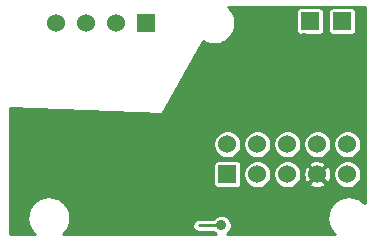
<source format=gbl>
G04 (created by PCBNEW (2013-07-07 BZR 4022)-stable) date 03/12/2013 21:07:02*
%MOIN*%
G04 Gerber Fmt 3.4, Leading zero omitted, Abs format*
%FSLAX34Y34*%
G01*
G70*
G90*
G04 APERTURE LIST*
%ADD10C,0.00590551*%
%ADD11R,0.06X0.06*%
%ADD12C,0.06*%
%ADD13C,0.035*%
%ADD14C,0.01*%
%ADD15C,0.011811*%
%ADD16C,0.00984252*%
G04 APERTURE END LIST*
G54D10*
G54D11*
X90450Y-26300D03*
G54D12*
X90450Y-25300D03*
X91450Y-26300D03*
X91450Y-25300D03*
X92450Y-26300D03*
X92450Y-25300D03*
X93450Y-26300D03*
X93450Y-25300D03*
X94450Y-26300D03*
X94450Y-25300D03*
G54D11*
X87750Y-21250D03*
G54D12*
X86750Y-21250D03*
X85750Y-21250D03*
X84750Y-21250D03*
G54D11*
X94275Y-21200D03*
X93200Y-21200D03*
G54D13*
X90250Y-28000D03*
X93000Y-21750D03*
X90500Y-22750D03*
X88500Y-24500D03*
X88250Y-25250D03*
X88000Y-27250D03*
X85750Y-26250D03*
X86750Y-25500D03*
G54D14*
X89500Y-28000D02*
X90250Y-28000D01*
G54D15*
X90470Y-26320D02*
X90450Y-26300D01*
G54D10*
G36*
X95032Y-27272D02*
X95009Y-27245D01*
X94995Y-27232D01*
X94980Y-27218D01*
X94978Y-27216D01*
X94978Y-27216D01*
X94978Y-27216D01*
X94917Y-27168D01*
X94917Y-26254D01*
X94917Y-25254D01*
X94899Y-25164D01*
X94864Y-25079D01*
X94813Y-25003D01*
X94749Y-24938D01*
X94742Y-24933D01*
X94742Y-21484D01*
X94742Y-20883D01*
X94735Y-20851D01*
X94723Y-20821D01*
X94705Y-20793D01*
X94682Y-20770D01*
X94654Y-20752D01*
X94624Y-20739D01*
X94592Y-20732D01*
X94559Y-20732D01*
X93958Y-20732D01*
X93926Y-20739D01*
X93896Y-20751D01*
X93868Y-20769D01*
X93845Y-20792D01*
X93827Y-20820D01*
X93814Y-20850D01*
X93807Y-20882D01*
X93807Y-20915D01*
X93807Y-21516D01*
X93814Y-21548D01*
X93826Y-21578D01*
X93844Y-21606D01*
X93867Y-21629D01*
X93895Y-21647D01*
X93925Y-21660D01*
X93957Y-21667D01*
X93990Y-21667D01*
X94591Y-21667D01*
X94623Y-21660D01*
X94653Y-21648D01*
X94681Y-21630D01*
X94704Y-21607D01*
X94722Y-21579D01*
X94735Y-21549D01*
X94742Y-21517D01*
X94742Y-21484D01*
X94742Y-24933D01*
X94673Y-24886D01*
X94588Y-24851D01*
X94499Y-24832D01*
X94407Y-24832D01*
X94317Y-24849D01*
X94232Y-24883D01*
X94155Y-24934D01*
X94090Y-24998D01*
X94038Y-25073D01*
X94002Y-25158D01*
X93983Y-25247D01*
X93982Y-25339D01*
X93998Y-25429D01*
X94032Y-25514D01*
X94081Y-25591D01*
X94145Y-25657D01*
X94220Y-25709D01*
X94304Y-25746D01*
X94394Y-25766D01*
X94486Y-25768D01*
X94576Y-25752D01*
X94661Y-25719D01*
X94739Y-25670D01*
X94805Y-25606D01*
X94858Y-25531D01*
X94895Y-25448D01*
X94915Y-25358D01*
X94917Y-25254D01*
X94917Y-26254D01*
X94899Y-26164D01*
X94864Y-26079D01*
X94813Y-26003D01*
X94749Y-25938D01*
X94673Y-25886D01*
X94588Y-25851D01*
X94499Y-25832D01*
X94407Y-25832D01*
X94317Y-25849D01*
X94232Y-25883D01*
X94155Y-25934D01*
X94090Y-25998D01*
X94038Y-26073D01*
X94002Y-26158D01*
X93983Y-26247D01*
X93982Y-26339D01*
X93998Y-26429D01*
X94032Y-26514D01*
X94081Y-26591D01*
X94145Y-26657D01*
X94220Y-26709D01*
X94304Y-26746D01*
X94394Y-26766D01*
X94486Y-26768D01*
X94576Y-26752D01*
X94661Y-26719D01*
X94739Y-26670D01*
X94805Y-26606D01*
X94858Y-26531D01*
X94895Y-26448D01*
X94915Y-26358D01*
X94917Y-26254D01*
X94917Y-27168D01*
X94901Y-27156D01*
X94885Y-27146D01*
X94868Y-27135D01*
X94865Y-27133D01*
X94865Y-27133D01*
X94778Y-27089D01*
X94760Y-27082D01*
X94742Y-27075D01*
X94739Y-27074D01*
X94645Y-27048D01*
X94625Y-27044D01*
X94606Y-27041D01*
X94603Y-27040D01*
X94603Y-27040D01*
X94506Y-27033D01*
X94486Y-27033D01*
X94466Y-27033D01*
X94463Y-27034D01*
X94366Y-27045D01*
X94347Y-27050D01*
X94328Y-27054D01*
X94325Y-27054D01*
X94232Y-27085D01*
X94214Y-27093D01*
X94196Y-27100D01*
X94193Y-27102D01*
X94193Y-27102D01*
X94193Y-27102D01*
X94108Y-27149D01*
X94092Y-27160D01*
X94076Y-27171D01*
X94073Y-27173D01*
X93999Y-27237D01*
X93985Y-27251D01*
X93971Y-27265D01*
X93970Y-27267D01*
X93919Y-27331D01*
X93919Y-26309D01*
X93917Y-26282D01*
X93917Y-25254D01*
X93899Y-25164D01*
X93864Y-25079D01*
X93813Y-25003D01*
X93749Y-24938D01*
X93673Y-24886D01*
X93667Y-24884D01*
X93667Y-21484D01*
X93667Y-20883D01*
X93660Y-20851D01*
X93648Y-20821D01*
X93630Y-20793D01*
X93607Y-20770D01*
X93579Y-20752D01*
X93549Y-20739D01*
X93517Y-20732D01*
X93484Y-20732D01*
X92883Y-20732D01*
X92851Y-20739D01*
X92821Y-20751D01*
X92793Y-20769D01*
X92770Y-20792D01*
X92752Y-20820D01*
X92739Y-20850D01*
X92732Y-20882D01*
X92732Y-20915D01*
X92732Y-21516D01*
X92739Y-21548D01*
X92751Y-21578D01*
X92769Y-21606D01*
X92792Y-21629D01*
X92820Y-21647D01*
X92850Y-21660D01*
X92882Y-21667D01*
X92915Y-21667D01*
X93516Y-21667D01*
X93548Y-21660D01*
X93578Y-21648D01*
X93606Y-21630D01*
X93629Y-21607D01*
X93647Y-21579D01*
X93660Y-21549D01*
X93667Y-21517D01*
X93667Y-21484D01*
X93667Y-24884D01*
X93588Y-24851D01*
X93499Y-24832D01*
X93407Y-24832D01*
X93317Y-24849D01*
X93232Y-24883D01*
X93155Y-24934D01*
X93090Y-24998D01*
X93038Y-25073D01*
X93002Y-25158D01*
X92983Y-25247D01*
X92982Y-25339D01*
X92998Y-25429D01*
X93032Y-25514D01*
X93081Y-25591D01*
X93145Y-25657D01*
X93220Y-25709D01*
X93304Y-25746D01*
X93394Y-25766D01*
X93486Y-25768D01*
X93576Y-25752D01*
X93661Y-25719D01*
X93739Y-25670D01*
X93805Y-25606D01*
X93858Y-25531D01*
X93895Y-25448D01*
X93915Y-25358D01*
X93917Y-25254D01*
X93917Y-26282D01*
X93912Y-26218D01*
X93887Y-26130D01*
X93846Y-26048D01*
X93835Y-26032D01*
X93759Y-26004D01*
X93745Y-26018D01*
X93745Y-25990D01*
X93717Y-25914D01*
X93637Y-25869D01*
X93550Y-25841D01*
X93459Y-25830D01*
X93368Y-25837D01*
X93280Y-25862D01*
X93198Y-25903D01*
X93182Y-25914D01*
X93154Y-25990D01*
X93450Y-26286D01*
X93745Y-25990D01*
X93745Y-26018D01*
X93463Y-26300D01*
X93759Y-26595D01*
X93835Y-26567D01*
X93880Y-26487D01*
X93908Y-26400D01*
X93919Y-26309D01*
X93919Y-27331D01*
X93909Y-27344D01*
X93898Y-27360D01*
X93887Y-27377D01*
X93886Y-27379D01*
X93841Y-27466D01*
X93834Y-27484D01*
X93827Y-27503D01*
X93826Y-27506D01*
X93799Y-27599D01*
X93795Y-27619D01*
X93791Y-27638D01*
X93791Y-27641D01*
X93783Y-27738D01*
X93783Y-27758D01*
X93783Y-27778D01*
X93784Y-27781D01*
X93794Y-27878D01*
X93799Y-27897D01*
X93802Y-27916D01*
X93803Y-27919D01*
X93833Y-28012D01*
X93841Y-28030D01*
X93848Y-28048D01*
X93849Y-28051D01*
X93897Y-28137D01*
X93908Y-28153D01*
X93919Y-28169D01*
X93920Y-28172D01*
X93983Y-28246D01*
X93997Y-28260D01*
X94011Y-28274D01*
X94013Y-28276D01*
X94013Y-28276D01*
X94021Y-28282D01*
X93745Y-28282D01*
X93745Y-26609D01*
X93450Y-26313D01*
X93436Y-26327D01*
X93436Y-26300D01*
X93140Y-26004D01*
X93064Y-26032D01*
X93019Y-26112D01*
X92991Y-26199D01*
X92980Y-26290D01*
X92987Y-26381D01*
X93012Y-26469D01*
X93053Y-26551D01*
X93064Y-26567D01*
X93140Y-26595D01*
X93436Y-26300D01*
X93436Y-26327D01*
X93154Y-26609D01*
X93182Y-26685D01*
X93262Y-26730D01*
X93349Y-26758D01*
X93440Y-26769D01*
X93531Y-26762D01*
X93619Y-26737D01*
X93701Y-26696D01*
X93717Y-26685D01*
X93745Y-26609D01*
X93745Y-28282D01*
X92917Y-28282D01*
X92917Y-26254D01*
X92917Y-25254D01*
X92899Y-25164D01*
X92864Y-25079D01*
X92813Y-25003D01*
X92749Y-24938D01*
X92673Y-24886D01*
X92588Y-24851D01*
X92499Y-24832D01*
X92407Y-24832D01*
X92317Y-24849D01*
X92232Y-24883D01*
X92155Y-24934D01*
X92090Y-24998D01*
X92038Y-25073D01*
X92002Y-25158D01*
X91983Y-25247D01*
X91982Y-25339D01*
X91998Y-25429D01*
X92032Y-25514D01*
X92081Y-25591D01*
X92145Y-25657D01*
X92220Y-25709D01*
X92304Y-25746D01*
X92394Y-25766D01*
X92486Y-25768D01*
X92576Y-25752D01*
X92661Y-25719D01*
X92739Y-25670D01*
X92805Y-25606D01*
X92858Y-25531D01*
X92895Y-25448D01*
X92915Y-25358D01*
X92917Y-25254D01*
X92917Y-26254D01*
X92899Y-26164D01*
X92864Y-26079D01*
X92813Y-26003D01*
X92749Y-25938D01*
X92673Y-25886D01*
X92588Y-25851D01*
X92499Y-25832D01*
X92407Y-25832D01*
X92317Y-25849D01*
X92232Y-25883D01*
X92155Y-25934D01*
X92090Y-25998D01*
X92038Y-26073D01*
X92002Y-26158D01*
X91983Y-26247D01*
X91982Y-26339D01*
X91998Y-26429D01*
X92032Y-26514D01*
X92081Y-26591D01*
X92145Y-26657D01*
X92220Y-26709D01*
X92304Y-26746D01*
X92394Y-26766D01*
X92486Y-26768D01*
X92576Y-26752D01*
X92661Y-26719D01*
X92739Y-26670D01*
X92805Y-26606D01*
X92858Y-26531D01*
X92895Y-26448D01*
X92915Y-26358D01*
X92917Y-26254D01*
X92917Y-28282D01*
X91917Y-28282D01*
X91917Y-26254D01*
X91917Y-25254D01*
X91899Y-25164D01*
X91864Y-25079D01*
X91813Y-25003D01*
X91749Y-24938D01*
X91673Y-24886D01*
X91588Y-24851D01*
X91499Y-24832D01*
X91407Y-24832D01*
X91317Y-24849D01*
X91232Y-24883D01*
X91155Y-24934D01*
X91090Y-24998D01*
X91038Y-25073D01*
X91002Y-25158D01*
X90983Y-25247D01*
X90982Y-25339D01*
X90998Y-25429D01*
X91032Y-25514D01*
X91081Y-25591D01*
X91145Y-25657D01*
X91220Y-25709D01*
X91304Y-25746D01*
X91394Y-25766D01*
X91486Y-25768D01*
X91576Y-25752D01*
X91661Y-25719D01*
X91739Y-25670D01*
X91805Y-25606D01*
X91858Y-25531D01*
X91895Y-25448D01*
X91915Y-25358D01*
X91917Y-25254D01*
X91917Y-26254D01*
X91899Y-26164D01*
X91864Y-26079D01*
X91813Y-26003D01*
X91749Y-25938D01*
X91673Y-25886D01*
X91588Y-25851D01*
X91499Y-25832D01*
X91407Y-25832D01*
X91317Y-25849D01*
X91232Y-25883D01*
X91155Y-25934D01*
X91090Y-25998D01*
X91038Y-26073D01*
X91002Y-26158D01*
X90983Y-26247D01*
X90982Y-26339D01*
X90998Y-26429D01*
X91032Y-26514D01*
X91081Y-26591D01*
X91145Y-26657D01*
X91220Y-26709D01*
X91304Y-26746D01*
X91394Y-26766D01*
X91486Y-26768D01*
X91576Y-26752D01*
X91661Y-26719D01*
X91739Y-26670D01*
X91805Y-26606D01*
X91858Y-26531D01*
X91895Y-26448D01*
X91915Y-26358D01*
X91917Y-26254D01*
X91917Y-28282D01*
X90917Y-28282D01*
X90917Y-26584D01*
X90917Y-26054D01*
X90917Y-25254D01*
X90899Y-25164D01*
X90864Y-25079D01*
X90813Y-25003D01*
X90749Y-24938D01*
X90673Y-24886D01*
X90588Y-24851D01*
X90499Y-24832D01*
X90407Y-24832D01*
X90317Y-24849D01*
X90232Y-24883D01*
X90155Y-24934D01*
X90090Y-24998D01*
X90038Y-25073D01*
X90002Y-25158D01*
X89983Y-25247D01*
X89982Y-25339D01*
X89998Y-25429D01*
X90032Y-25514D01*
X90081Y-25591D01*
X90145Y-25657D01*
X90220Y-25709D01*
X90304Y-25746D01*
X90394Y-25766D01*
X90486Y-25768D01*
X90576Y-25752D01*
X90661Y-25719D01*
X90739Y-25670D01*
X90805Y-25606D01*
X90858Y-25531D01*
X90895Y-25448D01*
X90915Y-25358D01*
X90917Y-25254D01*
X90917Y-26054D01*
X90917Y-25983D01*
X90910Y-25951D01*
X90898Y-25921D01*
X90880Y-25893D01*
X90857Y-25870D01*
X90829Y-25852D01*
X90799Y-25839D01*
X90767Y-25832D01*
X90734Y-25832D01*
X90133Y-25832D01*
X90101Y-25839D01*
X90071Y-25851D01*
X90043Y-25869D01*
X90020Y-25892D01*
X90002Y-25920D01*
X89989Y-25950D01*
X89982Y-25982D01*
X89982Y-26015D01*
X89982Y-26616D01*
X89989Y-26648D01*
X90001Y-26678D01*
X90019Y-26706D01*
X90042Y-26729D01*
X90070Y-26747D01*
X90100Y-26760D01*
X90132Y-26767D01*
X90165Y-26767D01*
X90766Y-26767D01*
X90798Y-26760D01*
X90828Y-26748D01*
X90856Y-26730D01*
X90879Y-26707D01*
X90897Y-26679D01*
X90910Y-26649D01*
X90917Y-26617D01*
X90917Y-26584D01*
X90917Y-28282D01*
X90443Y-28282D01*
X90461Y-28271D01*
X90510Y-28224D01*
X90549Y-28169D01*
X90576Y-28108D01*
X90591Y-28043D01*
X90592Y-27966D01*
X90579Y-27900D01*
X90553Y-27838D01*
X90516Y-27782D01*
X90469Y-27734D01*
X90413Y-27697D01*
X90351Y-27671D01*
X90285Y-27657D01*
X90218Y-27657D01*
X90152Y-27670D01*
X90090Y-27695D01*
X90034Y-27731D01*
X89986Y-27778D01*
X89983Y-27782D01*
X89500Y-27782D01*
X89457Y-27786D01*
X89417Y-27799D01*
X89379Y-27818D01*
X89346Y-27845D01*
X89319Y-27878D01*
X89299Y-27915D01*
X89287Y-27956D01*
X89282Y-27998D01*
X89286Y-28040D01*
X89298Y-28081D01*
X89318Y-28118D01*
X89344Y-28152D01*
X89377Y-28179D01*
X89414Y-28199D01*
X89454Y-28212D01*
X89496Y-28217D01*
X89500Y-28217D01*
X89983Y-28217D01*
X90027Y-28261D01*
X90056Y-28282D01*
X84977Y-28282D01*
X84993Y-28269D01*
X85007Y-28255D01*
X85021Y-28242D01*
X85023Y-28239D01*
X85023Y-28239D01*
X85023Y-28239D01*
X85023Y-28239D01*
X85084Y-28164D01*
X85095Y-28147D01*
X85106Y-28131D01*
X85108Y-28128D01*
X85108Y-28128D01*
X85154Y-28042D01*
X85161Y-28024D01*
X85169Y-28006D01*
X85170Y-28003D01*
X85198Y-27909D01*
X85202Y-27890D01*
X85206Y-27871D01*
X85206Y-27868D01*
X85216Y-27771D01*
X85216Y-27760D01*
X85217Y-27749D01*
X85217Y-27746D01*
X85217Y-27733D01*
X85215Y-27722D01*
X85215Y-27711D01*
X85215Y-27708D01*
X85203Y-27611D01*
X85198Y-27592D01*
X85194Y-27573D01*
X85193Y-27570D01*
X85193Y-27570D01*
X85162Y-27478D01*
X85154Y-27460D01*
X85147Y-27441D01*
X85145Y-27439D01*
X85145Y-27439D01*
X85097Y-27354D01*
X85086Y-27338D01*
X85075Y-27322D01*
X85073Y-27319D01*
X85009Y-27245D01*
X84995Y-27232D01*
X84980Y-27218D01*
X84978Y-27216D01*
X84978Y-27216D01*
X84978Y-27216D01*
X84901Y-27156D01*
X84885Y-27146D01*
X84868Y-27135D01*
X84865Y-27133D01*
X84865Y-27133D01*
X84778Y-27089D01*
X84760Y-27082D01*
X84742Y-27075D01*
X84739Y-27074D01*
X84645Y-27048D01*
X84625Y-27044D01*
X84606Y-27041D01*
X84603Y-27040D01*
X84603Y-27040D01*
X84506Y-27033D01*
X84486Y-27033D01*
X84466Y-27033D01*
X84463Y-27034D01*
X84366Y-27045D01*
X84347Y-27050D01*
X84328Y-27054D01*
X84325Y-27054D01*
X84232Y-27085D01*
X84214Y-27093D01*
X84196Y-27100D01*
X84193Y-27102D01*
X84193Y-27102D01*
X84193Y-27102D01*
X84108Y-27149D01*
X84092Y-27160D01*
X84076Y-27171D01*
X84073Y-27173D01*
X83999Y-27237D01*
X83985Y-27251D01*
X83971Y-27265D01*
X83970Y-27267D01*
X83909Y-27344D01*
X83898Y-27360D01*
X83887Y-27377D01*
X83886Y-27379D01*
X83841Y-27466D01*
X83834Y-27484D01*
X83827Y-27503D01*
X83826Y-27506D01*
X83799Y-27599D01*
X83795Y-27619D01*
X83791Y-27638D01*
X83791Y-27641D01*
X83783Y-27738D01*
X83783Y-27758D01*
X83783Y-27778D01*
X83784Y-27781D01*
X83794Y-27878D01*
X83799Y-27897D01*
X83802Y-27916D01*
X83803Y-27919D01*
X83833Y-28012D01*
X83841Y-28030D01*
X83848Y-28048D01*
X83849Y-28051D01*
X83897Y-28137D01*
X83908Y-28153D01*
X83919Y-28169D01*
X83920Y-28172D01*
X83983Y-28246D01*
X83997Y-28260D01*
X84011Y-28274D01*
X84013Y-28276D01*
X84013Y-28276D01*
X84021Y-28282D01*
X83217Y-28282D01*
X83217Y-24080D01*
X88278Y-24300D01*
X89644Y-21871D01*
X89721Y-21910D01*
X89739Y-21917D01*
X89757Y-21924D01*
X89760Y-21925D01*
X89760Y-21925D01*
X89854Y-21951D01*
X89874Y-21955D01*
X89893Y-21958D01*
X89896Y-21959D01*
X89896Y-21959D01*
X89993Y-21966D01*
X90013Y-21966D01*
X90033Y-21966D01*
X90036Y-21965D01*
X90036Y-21965D01*
X90133Y-21954D01*
X90152Y-21949D01*
X90171Y-21945D01*
X90174Y-21945D01*
X90267Y-21914D01*
X90285Y-21906D01*
X90303Y-21899D01*
X90306Y-21897D01*
X90306Y-21897D01*
X90391Y-21850D01*
X90407Y-21839D01*
X90423Y-21828D01*
X90426Y-21826D01*
X90426Y-21826D01*
X90426Y-21826D01*
X90426Y-21826D01*
X90500Y-21762D01*
X90514Y-21748D01*
X90528Y-21734D01*
X90529Y-21732D01*
X90590Y-21655D01*
X90601Y-21639D01*
X90612Y-21622D01*
X90613Y-21620D01*
X90613Y-21620D01*
X90658Y-21533D01*
X90665Y-21515D01*
X90672Y-21496D01*
X90673Y-21493D01*
X90700Y-21400D01*
X90704Y-21380D01*
X90708Y-21361D01*
X90708Y-21358D01*
X90708Y-21358D01*
X90716Y-21261D01*
X90716Y-21241D01*
X90716Y-21221D01*
X90715Y-21218D01*
X90715Y-21218D01*
X90705Y-21121D01*
X90700Y-21102D01*
X90697Y-21083D01*
X90696Y-21080D01*
X90666Y-20987D01*
X90658Y-20969D01*
X90651Y-20951D01*
X90650Y-20948D01*
X90650Y-20948D01*
X90602Y-20862D01*
X90591Y-20846D01*
X90580Y-20830D01*
X90579Y-20827D01*
X90579Y-20827D01*
X90516Y-20753D01*
X90502Y-20739D01*
X90488Y-20725D01*
X90486Y-20723D01*
X90478Y-20717D01*
X95032Y-20717D01*
X95032Y-27272D01*
X95032Y-27272D01*
G37*
G54D16*
X95032Y-27272D02*
X95009Y-27245D01*
X94995Y-27232D01*
X94980Y-27218D01*
X94978Y-27216D01*
X94978Y-27216D01*
X94978Y-27216D01*
X94917Y-27168D01*
X94917Y-26254D01*
X94917Y-25254D01*
X94899Y-25164D01*
X94864Y-25079D01*
X94813Y-25003D01*
X94749Y-24938D01*
X94742Y-24933D01*
X94742Y-21484D01*
X94742Y-20883D01*
X94735Y-20851D01*
X94723Y-20821D01*
X94705Y-20793D01*
X94682Y-20770D01*
X94654Y-20752D01*
X94624Y-20739D01*
X94592Y-20732D01*
X94559Y-20732D01*
X93958Y-20732D01*
X93926Y-20739D01*
X93896Y-20751D01*
X93868Y-20769D01*
X93845Y-20792D01*
X93827Y-20820D01*
X93814Y-20850D01*
X93807Y-20882D01*
X93807Y-20915D01*
X93807Y-21516D01*
X93814Y-21548D01*
X93826Y-21578D01*
X93844Y-21606D01*
X93867Y-21629D01*
X93895Y-21647D01*
X93925Y-21660D01*
X93957Y-21667D01*
X93990Y-21667D01*
X94591Y-21667D01*
X94623Y-21660D01*
X94653Y-21648D01*
X94681Y-21630D01*
X94704Y-21607D01*
X94722Y-21579D01*
X94735Y-21549D01*
X94742Y-21517D01*
X94742Y-21484D01*
X94742Y-24933D01*
X94673Y-24886D01*
X94588Y-24851D01*
X94499Y-24832D01*
X94407Y-24832D01*
X94317Y-24849D01*
X94232Y-24883D01*
X94155Y-24934D01*
X94090Y-24998D01*
X94038Y-25073D01*
X94002Y-25158D01*
X93983Y-25247D01*
X93982Y-25339D01*
X93998Y-25429D01*
X94032Y-25514D01*
X94081Y-25591D01*
X94145Y-25657D01*
X94220Y-25709D01*
X94304Y-25746D01*
X94394Y-25766D01*
X94486Y-25768D01*
X94576Y-25752D01*
X94661Y-25719D01*
X94739Y-25670D01*
X94805Y-25606D01*
X94858Y-25531D01*
X94895Y-25448D01*
X94915Y-25358D01*
X94917Y-25254D01*
X94917Y-26254D01*
X94899Y-26164D01*
X94864Y-26079D01*
X94813Y-26003D01*
X94749Y-25938D01*
X94673Y-25886D01*
X94588Y-25851D01*
X94499Y-25832D01*
X94407Y-25832D01*
X94317Y-25849D01*
X94232Y-25883D01*
X94155Y-25934D01*
X94090Y-25998D01*
X94038Y-26073D01*
X94002Y-26158D01*
X93983Y-26247D01*
X93982Y-26339D01*
X93998Y-26429D01*
X94032Y-26514D01*
X94081Y-26591D01*
X94145Y-26657D01*
X94220Y-26709D01*
X94304Y-26746D01*
X94394Y-26766D01*
X94486Y-26768D01*
X94576Y-26752D01*
X94661Y-26719D01*
X94739Y-26670D01*
X94805Y-26606D01*
X94858Y-26531D01*
X94895Y-26448D01*
X94915Y-26358D01*
X94917Y-26254D01*
X94917Y-27168D01*
X94901Y-27156D01*
X94885Y-27146D01*
X94868Y-27135D01*
X94865Y-27133D01*
X94865Y-27133D01*
X94778Y-27089D01*
X94760Y-27082D01*
X94742Y-27075D01*
X94739Y-27074D01*
X94645Y-27048D01*
X94625Y-27044D01*
X94606Y-27041D01*
X94603Y-27040D01*
X94603Y-27040D01*
X94506Y-27033D01*
X94486Y-27033D01*
X94466Y-27033D01*
X94463Y-27034D01*
X94366Y-27045D01*
X94347Y-27050D01*
X94328Y-27054D01*
X94325Y-27054D01*
X94232Y-27085D01*
X94214Y-27093D01*
X94196Y-27100D01*
X94193Y-27102D01*
X94193Y-27102D01*
X94193Y-27102D01*
X94108Y-27149D01*
X94092Y-27160D01*
X94076Y-27171D01*
X94073Y-27173D01*
X93999Y-27237D01*
X93985Y-27251D01*
X93971Y-27265D01*
X93970Y-27267D01*
X93919Y-27331D01*
X93919Y-26309D01*
X93917Y-26282D01*
X93917Y-25254D01*
X93899Y-25164D01*
X93864Y-25079D01*
X93813Y-25003D01*
X93749Y-24938D01*
X93673Y-24886D01*
X93667Y-24884D01*
X93667Y-21484D01*
X93667Y-20883D01*
X93660Y-20851D01*
X93648Y-20821D01*
X93630Y-20793D01*
X93607Y-20770D01*
X93579Y-20752D01*
X93549Y-20739D01*
X93517Y-20732D01*
X93484Y-20732D01*
X92883Y-20732D01*
X92851Y-20739D01*
X92821Y-20751D01*
X92793Y-20769D01*
X92770Y-20792D01*
X92752Y-20820D01*
X92739Y-20850D01*
X92732Y-20882D01*
X92732Y-20915D01*
X92732Y-21516D01*
X92739Y-21548D01*
X92751Y-21578D01*
X92769Y-21606D01*
X92792Y-21629D01*
X92820Y-21647D01*
X92850Y-21660D01*
X92882Y-21667D01*
X92915Y-21667D01*
X93516Y-21667D01*
X93548Y-21660D01*
X93578Y-21648D01*
X93606Y-21630D01*
X93629Y-21607D01*
X93647Y-21579D01*
X93660Y-21549D01*
X93667Y-21517D01*
X93667Y-21484D01*
X93667Y-24884D01*
X93588Y-24851D01*
X93499Y-24832D01*
X93407Y-24832D01*
X93317Y-24849D01*
X93232Y-24883D01*
X93155Y-24934D01*
X93090Y-24998D01*
X93038Y-25073D01*
X93002Y-25158D01*
X92983Y-25247D01*
X92982Y-25339D01*
X92998Y-25429D01*
X93032Y-25514D01*
X93081Y-25591D01*
X93145Y-25657D01*
X93220Y-25709D01*
X93304Y-25746D01*
X93394Y-25766D01*
X93486Y-25768D01*
X93576Y-25752D01*
X93661Y-25719D01*
X93739Y-25670D01*
X93805Y-25606D01*
X93858Y-25531D01*
X93895Y-25448D01*
X93915Y-25358D01*
X93917Y-25254D01*
X93917Y-26282D01*
X93912Y-26218D01*
X93887Y-26130D01*
X93846Y-26048D01*
X93835Y-26032D01*
X93759Y-26004D01*
X93745Y-26018D01*
X93745Y-25990D01*
X93717Y-25914D01*
X93637Y-25869D01*
X93550Y-25841D01*
X93459Y-25830D01*
X93368Y-25837D01*
X93280Y-25862D01*
X93198Y-25903D01*
X93182Y-25914D01*
X93154Y-25990D01*
X93450Y-26286D01*
X93745Y-25990D01*
X93745Y-26018D01*
X93463Y-26300D01*
X93759Y-26595D01*
X93835Y-26567D01*
X93880Y-26487D01*
X93908Y-26400D01*
X93919Y-26309D01*
X93919Y-27331D01*
X93909Y-27344D01*
X93898Y-27360D01*
X93887Y-27377D01*
X93886Y-27379D01*
X93841Y-27466D01*
X93834Y-27484D01*
X93827Y-27503D01*
X93826Y-27506D01*
X93799Y-27599D01*
X93795Y-27619D01*
X93791Y-27638D01*
X93791Y-27641D01*
X93783Y-27738D01*
X93783Y-27758D01*
X93783Y-27778D01*
X93784Y-27781D01*
X93794Y-27878D01*
X93799Y-27897D01*
X93802Y-27916D01*
X93803Y-27919D01*
X93833Y-28012D01*
X93841Y-28030D01*
X93848Y-28048D01*
X93849Y-28051D01*
X93897Y-28137D01*
X93908Y-28153D01*
X93919Y-28169D01*
X93920Y-28172D01*
X93983Y-28246D01*
X93997Y-28260D01*
X94011Y-28274D01*
X94013Y-28276D01*
X94013Y-28276D01*
X94021Y-28282D01*
X93745Y-28282D01*
X93745Y-26609D01*
X93450Y-26313D01*
X93436Y-26327D01*
X93436Y-26300D01*
X93140Y-26004D01*
X93064Y-26032D01*
X93019Y-26112D01*
X92991Y-26199D01*
X92980Y-26290D01*
X92987Y-26381D01*
X93012Y-26469D01*
X93053Y-26551D01*
X93064Y-26567D01*
X93140Y-26595D01*
X93436Y-26300D01*
X93436Y-26327D01*
X93154Y-26609D01*
X93182Y-26685D01*
X93262Y-26730D01*
X93349Y-26758D01*
X93440Y-26769D01*
X93531Y-26762D01*
X93619Y-26737D01*
X93701Y-26696D01*
X93717Y-26685D01*
X93745Y-26609D01*
X93745Y-28282D01*
X92917Y-28282D01*
X92917Y-26254D01*
X92917Y-25254D01*
X92899Y-25164D01*
X92864Y-25079D01*
X92813Y-25003D01*
X92749Y-24938D01*
X92673Y-24886D01*
X92588Y-24851D01*
X92499Y-24832D01*
X92407Y-24832D01*
X92317Y-24849D01*
X92232Y-24883D01*
X92155Y-24934D01*
X92090Y-24998D01*
X92038Y-25073D01*
X92002Y-25158D01*
X91983Y-25247D01*
X91982Y-25339D01*
X91998Y-25429D01*
X92032Y-25514D01*
X92081Y-25591D01*
X92145Y-25657D01*
X92220Y-25709D01*
X92304Y-25746D01*
X92394Y-25766D01*
X92486Y-25768D01*
X92576Y-25752D01*
X92661Y-25719D01*
X92739Y-25670D01*
X92805Y-25606D01*
X92858Y-25531D01*
X92895Y-25448D01*
X92915Y-25358D01*
X92917Y-25254D01*
X92917Y-26254D01*
X92899Y-26164D01*
X92864Y-26079D01*
X92813Y-26003D01*
X92749Y-25938D01*
X92673Y-25886D01*
X92588Y-25851D01*
X92499Y-25832D01*
X92407Y-25832D01*
X92317Y-25849D01*
X92232Y-25883D01*
X92155Y-25934D01*
X92090Y-25998D01*
X92038Y-26073D01*
X92002Y-26158D01*
X91983Y-26247D01*
X91982Y-26339D01*
X91998Y-26429D01*
X92032Y-26514D01*
X92081Y-26591D01*
X92145Y-26657D01*
X92220Y-26709D01*
X92304Y-26746D01*
X92394Y-26766D01*
X92486Y-26768D01*
X92576Y-26752D01*
X92661Y-26719D01*
X92739Y-26670D01*
X92805Y-26606D01*
X92858Y-26531D01*
X92895Y-26448D01*
X92915Y-26358D01*
X92917Y-26254D01*
X92917Y-28282D01*
X91917Y-28282D01*
X91917Y-26254D01*
X91917Y-25254D01*
X91899Y-25164D01*
X91864Y-25079D01*
X91813Y-25003D01*
X91749Y-24938D01*
X91673Y-24886D01*
X91588Y-24851D01*
X91499Y-24832D01*
X91407Y-24832D01*
X91317Y-24849D01*
X91232Y-24883D01*
X91155Y-24934D01*
X91090Y-24998D01*
X91038Y-25073D01*
X91002Y-25158D01*
X90983Y-25247D01*
X90982Y-25339D01*
X90998Y-25429D01*
X91032Y-25514D01*
X91081Y-25591D01*
X91145Y-25657D01*
X91220Y-25709D01*
X91304Y-25746D01*
X91394Y-25766D01*
X91486Y-25768D01*
X91576Y-25752D01*
X91661Y-25719D01*
X91739Y-25670D01*
X91805Y-25606D01*
X91858Y-25531D01*
X91895Y-25448D01*
X91915Y-25358D01*
X91917Y-25254D01*
X91917Y-26254D01*
X91899Y-26164D01*
X91864Y-26079D01*
X91813Y-26003D01*
X91749Y-25938D01*
X91673Y-25886D01*
X91588Y-25851D01*
X91499Y-25832D01*
X91407Y-25832D01*
X91317Y-25849D01*
X91232Y-25883D01*
X91155Y-25934D01*
X91090Y-25998D01*
X91038Y-26073D01*
X91002Y-26158D01*
X90983Y-26247D01*
X90982Y-26339D01*
X90998Y-26429D01*
X91032Y-26514D01*
X91081Y-26591D01*
X91145Y-26657D01*
X91220Y-26709D01*
X91304Y-26746D01*
X91394Y-26766D01*
X91486Y-26768D01*
X91576Y-26752D01*
X91661Y-26719D01*
X91739Y-26670D01*
X91805Y-26606D01*
X91858Y-26531D01*
X91895Y-26448D01*
X91915Y-26358D01*
X91917Y-26254D01*
X91917Y-28282D01*
X90917Y-28282D01*
X90917Y-26584D01*
X90917Y-26054D01*
X90917Y-25254D01*
X90899Y-25164D01*
X90864Y-25079D01*
X90813Y-25003D01*
X90749Y-24938D01*
X90673Y-24886D01*
X90588Y-24851D01*
X90499Y-24832D01*
X90407Y-24832D01*
X90317Y-24849D01*
X90232Y-24883D01*
X90155Y-24934D01*
X90090Y-24998D01*
X90038Y-25073D01*
X90002Y-25158D01*
X89983Y-25247D01*
X89982Y-25339D01*
X89998Y-25429D01*
X90032Y-25514D01*
X90081Y-25591D01*
X90145Y-25657D01*
X90220Y-25709D01*
X90304Y-25746D01*
X90394Y-25766D01*
X90486Y-25768D01*
X90576Y-25752D01*
X90661Y-25719D01*
X90739Y-25670D01*
X90805Y-25606D01*
X90858Y-25531D01*
X90895Y-25448D01*
X90915Y-25358D01*
X90917Y-25254D01*
X90917Y-26054D01*
X90917Y-25983D01*
X90910Y-25951D01*
X90898Y-25921D01*
X90880Y-25893D01*
X90857Y-25870D01*
X90829Y-25852D01*
X90799Y-25839D01*
X90767Y-25832D01*
X90734Y-25832D01*
X90133Y-25832D01*
X90101Y-25839D01*
X90071Y-25851D01*
X90043Y-25869D01*
X90020Y-25892D01*
X90002Y-25920D01*
X89989Y-25950D01*
X89982Y-25982D01*
X89982Y-26015D01*
X89982Y-26616D01*
X89989Y-26648D01*
X90001Y-26678D01*
X90019Y-26706D01*
X90042Y-26729D01*
X90070Y-26747D01*
X90100Y-26760D01*
X90132Y-26767D01*
X90165Y-26767D01*
X90766Y-26767D01*
X90798Y-26760D01*
X90828Y-26748D01*
X90856Y-26730D01*
X90879Y-26707D01*
X90897Y-26679D01*
X90910Y-26649D01*
X90917Y-26617D01*
X90917Y-26584D01*
X90917Y-28282D01*
X90443Y-28282D01*
X90461Y-28271D01*
X90510Y-28224D01*
X90549Y-28169D01*
X90576Y-28108D01*
X90591Y-28043D01*
X90592Y-27966D01*
X90579Y-27900D01*
X90553Y-27838D01*
X90516Y-27782D01*
X90469Y-27734D01*
X90413Y-27697D01*
X90351Y-27671D01*
X90285Y-27657D01*
X90218Y-27657D01*
X90152Y-27670D01*
X90090Y-27695D01*
X90034Y-27731D01*
X89986Y-27778D01*
X89983Y-27782D01*
X89500Y-27782D01*
X89457Y-27786D01*
X89417Y-27799D01*
X89379Y-27818D01*
X89346Y-27845D01*
X89319Y-27878D01*
X89299Y-27915D01*
X89287Y-27956D01*
X89282Y-27998D01*
X89286Y-28040D01*
X89298Y-28081D01*
X89318Y-28118D01*
X89344Y-28152D01*
X89377Y-28179D01*
X89414Y-28199D01*
X89454Y-28212D01*
X89496Y-28217D01*
X89500Y-28217D01*
X89983Y-28217D01*
X90027Y-28261D01*
X90056Y-28282D01*
X84977Y-28282D01*
X84993Y-28269D01*
X85007Y-28255D01*
X85021Y-28242D01*
X85023Y-28239D01*
X85023Y-28239D01*
X85023Y-28239D01*
X85023Y-28239D01*
X85084Y-28164D01*
X85095Y-28147D01*
X85106Y-28131D01*
X85108Y-28128D01*
X85108Y-28128D01*
X85154Y-28042D01*
X85161Y-28024D01*
X85169Y-28006D01*
X85170Y-28003D01*
X85198Y-27909D01*
X85202Y-27890D01*
X85206Y-27871D01*
X85206Y-27868D01*
X85216Y-27771D01*
X85216Y-27760D01*
X85217Y-27749D01*
X85217Y-27746D01*
X85217Y-27733D01*
X85215Y-27722D01*
X85215Y-27711D01*
X85215Y-27708D01*
X85203Y-27611D01*
X85198Y-27592D01*
X85194Y-27573D01*
X85193Y-27570D01*
X85193Y-27570D01*
X85162Y-27478D01*
X85154Y-27460D01*
X85147Y-27441D01*
X85145Y-27439D01*
X85145Y-27439D01*
X85097Y-27354D01*
X85086Y-27338D01*
X85075Y-27322D01*
X85073Y-27319D01*
X85009Y-27245D01*
X84995Y-27232D01*
X84980Y-27218D01*
X84978Y-27216D01*
X84978Y-27216D01*
X84978Y-27216D01*
X84901Y-27156D01*
X84885Y-27146D01*
X84868Y-27135D01*
X84865Y-27133D01*
X84865Y-27133D01*
X84778Y-27089D01*
X84760Y-27082D01*
X84742Y-27075D01*
X84739Y-27074D01*
X84645Y-27048D01*
X84625Y-27044D01*
X84606Y-27041D01*
X84603Y-27040D01*
X84603Y-27040D01*
X84506Y-27033D01*
X84486Y-27033D01*
X84466Y-27033D01*
X84463Y-27034D01*
X84366Y-27045D01*
X84347Y-27050D01*
X84328Y-27054D01*
X84325Y-27054D01*
X84232Y-27085D01*
X84214Y-27093D01*
X84196Y-27100D01*
X84193Y-27102D01*
X84193Y-27102D01*
X84193Y-27102D01*
X84108Y-27149D01*
X84092Y-27160D01*
X84076Y-27171D01*
X84073Y-27173D01*
X83999Y-27237D01*
X83985Y-27251D01*
X83971Y-27265D01*
X83970Y-27267D01*
X83909Y-27344D01*
X83898Y-27360D01*
X83887Y-27377D01*
X83886Y-27379D01*
X83841Y-27466D01*
X83834Y-27484D01*
X83827Y-27503D01*
X83826Y-27506D01*
X83799Y-27599D01*
X83795Y-27619D01*
X83791Y-27638D01*
X83791Y-27641D01*
X83783Y-27738D01*
X83783Y-27758D01*
X83783Y-27778D01*
X83784Y-27781D01*
X83794Y-27878D01*
X83799Y-27897D01*
X83802Y-27916D01*
X83803Y-27919D01*
X83833Y-28012D01*
X83841Y-28030D01*
X83848Y-28048D01*
X83849Y-28051D01*
X83897Y-28137D01*
X83908Y-28153D01*
X83919Y-28169D01*
X83920Y-28172D01*
X83983Y-28246D01*
X83997Y-28260D01*
X84011Y-28274D01*
X84013Y-28276D01*
X84013Y-28276D01*
X84021Y-28282D01*
X83217Y-28282D01*
X83217Y-24080D01*
X88278Y-24300D01*
X89644Y-21871D01*
X89721Y-21910D01*
X89739Y-21917D01*
X89757Y-21924D01*
X89760Y-21925D01*
X89760Y-21925D01*
X89854Y-21951D01*
X89874Y-21955D01*
X89893Y-21958D01*
X89896Y-21959D01*
X89896Y-21959D01*
X89993Y-21966D01*
X90013Y-21966D01*
X90033Y-21966D01*
X90036Y-21965D01*
X90036Y-21965D01*
X90133Y-21954D01*
X90152Y-21949D01*
X90171Y-21945D01*
X90174Y-21945D01*
X90267Y-21914D01*
X90285Y-21906D01*
X90303Y-21899D01*
X90306Y-21897D01*
X90306Y-21897D01*
X90391Y-21850D01*
X90407Y-21839D01*
X90423Y-21828D01*
X90426Y-21826D01*
X90426Y-21826D01*
X90426Y-21826D01*
X90426Y-21826D01*
X90500Y-21762D01*
X90514Y-21748D01*
X90528Y-21734D01*
X90529Y-21732D01*
X90590Y-21655D01*
X90601Y-21639D01*
X90612Y-21622D01*
X90613Y-21620D01*
X90613Y-21620D01*
X90658Y-21533D01*
X90665Y-21515D01*
X90672Y-21496D01*
X90673Y-21493D01*
X90700Y-21400D01*
X90704Y-21380D01*
X90708Y-21361D01*
X90708Y-21358D01*
X90708Y-21358D01*
X90716Y-21261D01*
X90716Y-21241D01*
X90716Y-21221D01*
X90715Y-21218D01*
X90715Y-21218D01*
X90705Y-21121D01*
X90700Y-21102D01*
X90697Y-21083D01*
X90696Y-21080D01*
X90666Y-20987D01*
X90658Y-20969D01*
X90651Y-20951D01*
X90650Y-20948D01*
X90650Y-20948D01*
X90602Y-20862D01*
X90591Y-20846D01*
X90580Y-20830D01*
X90579Y-20827D01*
X90579Y-20827D01*
X90516Y-20753D01*
X90502Y-20739D01*
X90488Y-20725D01*
X90486Y-20723D01*
X90478Y-20717D01*
X95032Y-20717D01*
X95032Y-27272D01*
M02*

</source>
